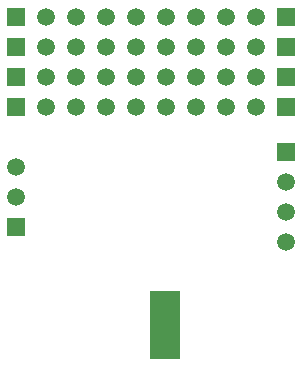
<source format=gbs>
%FSLAX24Y24*%
%MOIN*%
G70*
G01*
G75*
G04 Layer_Color=16711935*
%ADD10R,0.0433X0.0394*%
%ADD11R,0.0394X0.0433*%
%ADD12O,0.0807X0.0236*%
%ADD13C,0.0150*%
%ADD14C,0.0080*%
%ADD15C,0.0100*%
%ADD16R,0.0591X0.0591*%
%ADD17C,0.0591*%
%ADD18C,0.0320*%
%ADD19R,0.1000X0.2300*%
%ADD20C,0.0236*%
%ADD21C,0.0098*%
%ADD22C,0.0079*%
%ADD23C,0.0070*%
D16*
X29500Y37000D02*
D03*
X20500Y34500D02*
D03*
X29500Y41500D02*
D03*
Y40500D02*
D03*
Y39500D02*
D03*
Y38500D02*
D03*
X20500Y40500D02*
D03*
Y39500D02*
D03*
Y38500D02*
D03*
Y41500D02*
D03*
D17*
X29500Y36000D02*
D03*
Y35000D02*
D03*
Y34000D02*
D03*
X20500Y36500D02*
D03*
Y35500D02*
D03*
X21500Y41500D02*
D03*
X22500D02*
D03*
X21500Y40500D02*
D03*
X22500D02*
D03*
Y39500D02*
D03*
X21500D02*
D03*
Y38500D02*
D03*
X22500D02*
D03*
X25500D02*
D03*
X24500D02*
D03*
Y39500D02*
D03*
X25500D02*
D03*
Y40500D02*
D03*
X24500D02*
D03*
X25500Y41500D02*
D03*
X24500D02*
D03*
X23500D02*
D03*
Y38500D02*
D03*
Y39500D02*
D03*
Y40500D02*
D03*
X28500Y38500D02*
D03*
X27500D02*
D03*
Y39500D02*
D03*
X28500D02*
D03*
Y40500D02*
D03*
X27500D02*
D03*
X28500Y41500D02*
D03*
X27500D02*
D03*
X26500D02*
D03*
Y38500D02*
D03*
Y39500D02*
D03*
Y40500D02*
D03*
D19*
X25450Y31250D02*
D03*
M02*

</source>
